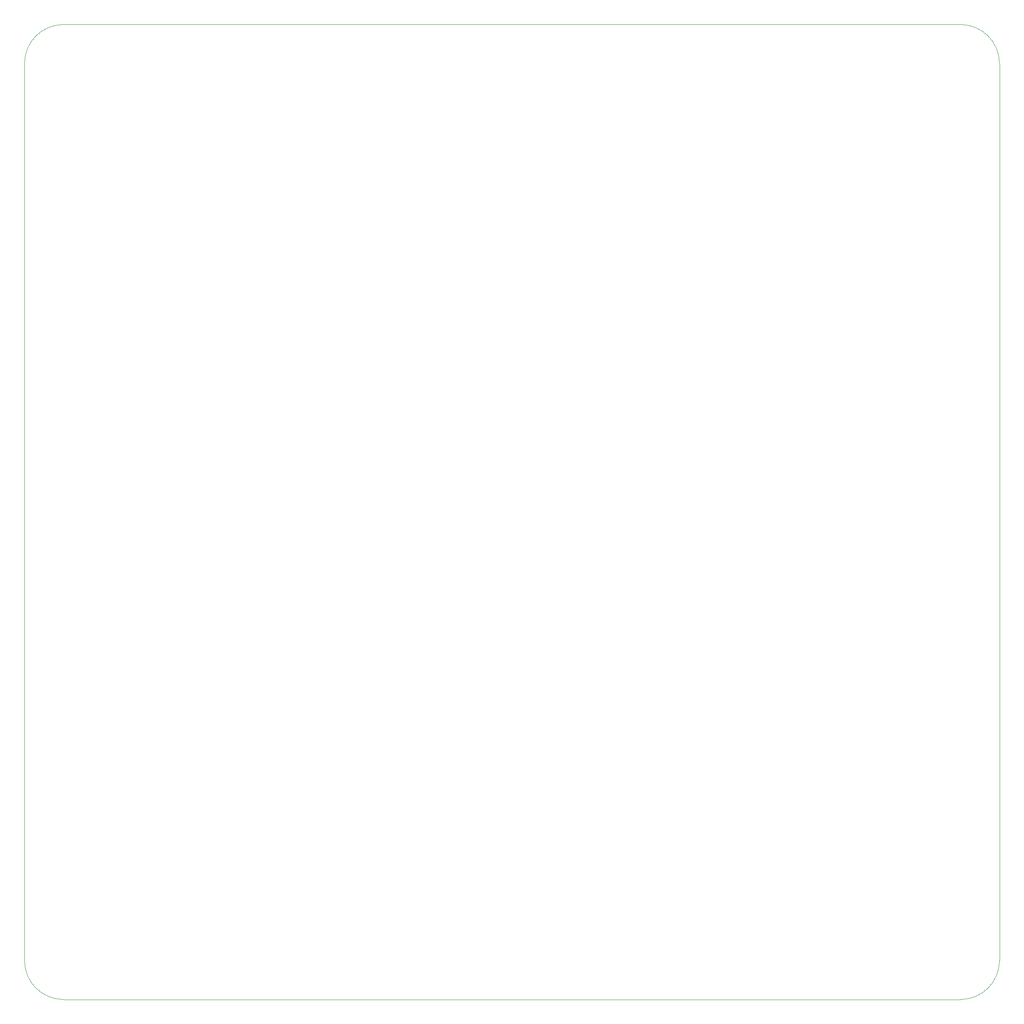
<source format=gbr>
%TF.GenerationSoftware,KiCad,Pcbnew,9.0.0*%
%TF.CreationDate,2025-03-24T09:11:06+01:00*%
%TF.ProjectId,PCB_Chessboard,5043425f-4368-4657-9373-626f6172642e,rev?*%
%TF.SameCoordinates,Original*%
%TF.FileFunction,Profile,NP*%
%FSLAX46Y46*%
G04 Gerber Fmt 4.6, Leading zero omitted, Abs format (unit mm)*
G04 Created by KiCad (PCBNEW 9.0.0) date 2025-03-24 09:11:06*
%MOMM*%
%LPD*%
G01*
G04 APERTURE LIST*
%TA.AperFunction,Profile*%
%ADD10C,0.050000*%
%TD*%
G04 APERTURE END LIST*
D10*
X0Y-192000000D02*
X0Y-8000000D01*
X192000000Y-200000000D02*
X8000000Y-200000000D01*
X200000000Y-8000000D02*
X200000000Y-192000000D01*
X8000000Y0D02*
X192000000Y0D01*
X8000000Y-200000000D02*
G75*
G02*
X0Y-192000000I0J8000000D01*
G01*
X200000000Y-192000000D02*
G75*
G02*
X192000000Y-200000000I-8000000J0D01*
G01*
X192000000Y0D02*
G75*
G02*
X200000000Y-8000000I0J-8000000D01*
G01*
X0Y-8000000D02*
G75*
G02*
X8000000Y0I8000000J0D01*
G01*
M02*

</source>
